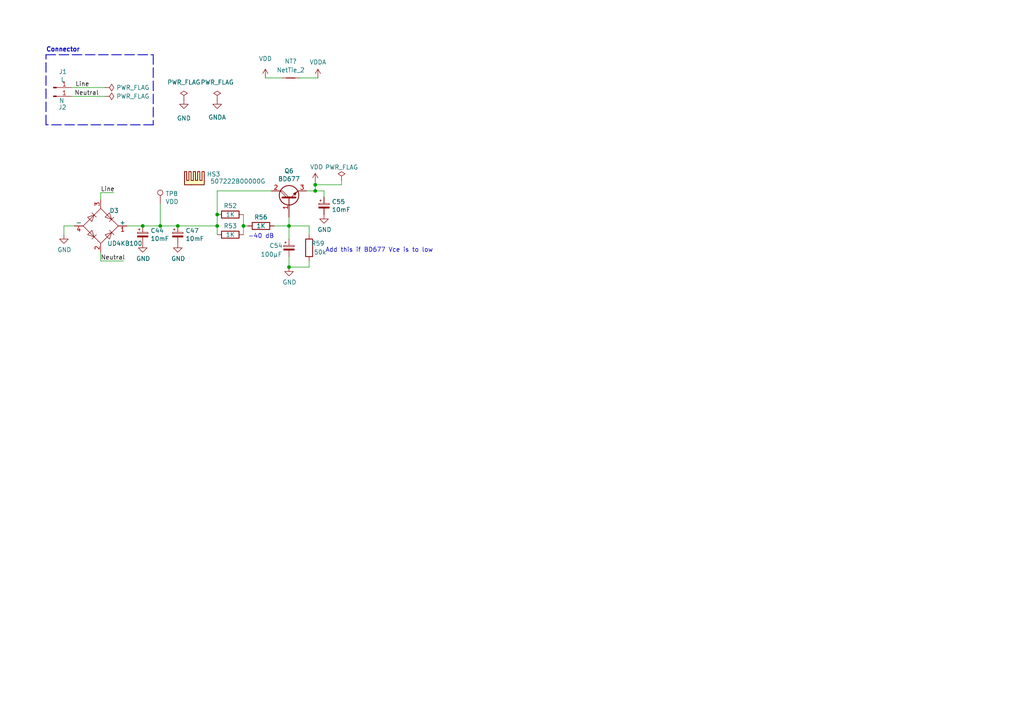
<source format=kicad_sch>
(kicad_sch (version 20211123) (generator eeschema)
  (paper "A4")
  (lib_symbols
    (symbol "Connector:Conn_01x01_Male" (pin_names (offset 1.016) hide)
      (property "Reference" "J" (at 0 2.54 0))
      (property "Value" "Conn_01x01_Male" (at 0 -2.54 0))
      (symbol "Conn_01x01_Male_1_1"
        (polyline (pts (xy 1.27 0) (xy 0.8636 0)) (stroke (width 0.1524)))
        (rectangle (start 0.8636 0.127) (end 0 -0.127) (stroke (width 0.1524)) (fill (type outline)))
        (pin passive line (at 5.08 0 180) (length 3.81) (name "Pin_1") (number "1"))
      )
    )
    (symbol "Connector:TestPoint" (pin_numbers hide) (pin_names (offset 0.762) hide)
      (property "Reference" "TP" (at 0 6.858 0))
      (property "Value" "TestPoint" (at 0 5.08 0))
      (symbol "TestPoint_0_1"
        (circle (center 0 3.302) (radius 0.762))
      )
      (symbol "TestPoint_1_1"
        (pin passive line (at 0 0 90) (length 2.54) (name "1") (number "1"))
      )
    )
    (symbol "Device:C_Polarized_Small" (pin_numbers hide) (pin_names (offset 0.254) hide)
      (property "Reference" "C" (at 0.254 1.778 0))
      (property "Value" "C_Polarized_Small" (at 0.254 -2.032 0))
      (symbol "C_Polarized_Small_0_1"
        (rectangle (start -1.524 -0.3048) (end 1.524 -0.6858) (fill (type outline)))
        (rectangle (start -1.524 0.6858) (end 1.524 0.3048))
        (polyline (pts (xy -1.27 1.524) (xy -0.762 1.524)))
        (polyline (pts (xy -1.016 1.27) (xy -1.016 1.778)))
      )
      (symbol "C_Polarized_Small_1_1"
        (pin passive line (at 0 2.54 270) (length 1.8542) (name "~") (number "1"))
        (pin passive line (at 0 -2.54 90) (length 1.8542) (name "~") (number "2"))
      )
    )
    (symbol "Device:NetTie_2" (pin_numbers hide) (pin_names (offset 0) hide)
      (property "Reference" "NT" (at 0 1.27 0))
      (property "Value" "NetTie_2" (at 0 -1.27 0))
      (symbol "NetTie_2_0_1"
        (polyline (pts (xy -1.27 0) (xy 1.27 0)) (stroke (width 0.254)))
      )
      (symbol "NetTie_2_1_1"
        (pin passive line (at -2.54 0 0) (length 2.54) (name "1") (number "1"))
        (pin passive line (at 2.54 0 180) (length 2.54) (name "2") (number "2"))
      )
    )
    (symbol "Device:Q_NPN_Darlington_BCE" (pin_names (offset 0) hide)
      (property "Reference" "Q" (at 4.572 1.27 0))
      (property "Value" "Q_NPN_Darlington_BCE" (at 4.572 -1.27 0))
      (symbol "Q_NPN_Darlington_BCE_0_1"
        (polyline (pts (xy 0.635 0.635) (xy 2.54 2.54)))
        (polyline (pts (xy 0.635 -0.635) (xy 2.54 -2.54) (xy 2.54 -2.54)))
        (polyline (pts (xy 0.635 0) (xy 2.54 1.905) (xy 2.54 2.54)))
        (polyline (pts (xy 0.635 1.905) (xy 0.635 -1.905) (xy 0.635 -1.905)) (stroke (width 0.508)))
        (polyline (pts (xy 1.27 -1.778) (xy 1.778 -1.27) (xy 2.286 -2.286) (xy 1.27 -1.778) (xy 1.27 -1.778)) (fill (type outline)))
        (circle (center 1.27 0) (radius 2.8194) (stroke (width 0.254)))
      )
      (symbol "Q_NPN_Darlington_BCE_1_1"
        (pin input line (at -5.08 0 0) (length 5.715) (name "B") (number "1"))
        (pin passive line (at 2.54 5.08 270) (length 2.54) (name "C") (number "2"))
        (pin passive line (at 2.54 -5.08 90) (length 2.54) (name "E") (number "3"))
      )
    )
    (symbol "Device:R" (pin_numbers hide) (pin_names (offset 0))
      (property "Reference" "R" (at 2.032 0 90))
      (property "Value" "R" (at 0 0 90))
      (symbol "R_0_1"
        (rectangle (start -1.016 -2.54) (end 1.016 2.54) (stroke (width 0.254)))
      )
      (symbol "R_1_1"
        (pin passive line (at 0 3.81 270) (length 1.27) (name "~") (number "1"))
        (pin passive line (at 0 -3.81 90) (length 1.27) (name "~") (number "2"))
      )
    )
    (symbol "Diode_Bridge:GBU6M" (pin_names (offset 0))
      (property "Reference" "D" (at 2.54 6.985 0))
      (property "Value" "GBU6M" (at 2.54 5.08 0))
      (symbol "GBU6M_0_1"
        (polyline (pts (xy -2.54 3.81) (xy -1.27 2.54)))
        (polyline (pts (xy -1.27 -2.54) (xy -2.54 -3.81)))
        (polyline (pts (xy 2.54 -1.27) (xy 3.81 -2.54)))
        (polyline (pts (xy 2.54 1.27) (xy 3.81 2.54)))
        (polyline (pts (xy -3.81 2.54) (xy -2.54 1.27) (xy -1.905 3.175) (xy -3.81 2.54)))
        (polyline (pts (xy -2.54 -1.27) (xy -3.81 -2.54) (xy -1.905 -3.175) (xy -2.54 -1.27)))
        (polyline (pts (xy 1.27 2.54) (xy 2.54 3.81) (xy 3.175 1.905) (xy 1.27 2.54)))
        (polyline (pts (xy 3.175 -1.905) (xy 1.27 -2.54) (xy 2.54 -3.81) (xy 3.175 -1.905)))
        (polyline (pts (xy -5.08 0) (xy 0 -5.08) (xy 5.08 0) (xy 0 5.08) (xy -5.08 0)))
      )
      (symbol "GBU6M_1_1"
        (pin passive line (at 7.62 0 180) (length 2.54) (name "+") (number "1"))
        (pin passive line (at 0 -7.62 90) (length 2.54) (name "~") (number "2"))
        (pin passive line (at 0 7.62 270) (length 2.54) (name "~") (number "3"))
        (pin passive line (at -7.62 0 0) (length 2.54) (name "-") (number "4"))
      )
    )
    (symbol "Mechanical:Heatsink" (pin_names (offset 1.016))
      (property "Reference" "HS" (at 0 5.08 0))
      (property "Value" "Heatsink" (at 0 -1.27 0))
      (symbol "Heatsink_0_1"
        (polyline (pts (xy -0.3302 1.27) (xy -0.9652 1.27) (xy -0.9652 3.81) (xy -1.6002 3.81) (xy -1.6002 1.27) (xy -2.2352 1.27) (xy -2.2352 3.81) (xy -2.8702 3.81) (xy -2.8702 0) (xy -0.9652 0)) (stroke (width 0.254)) (fill (type background)))
        (polyline (pts (xy -0.3302 1.27) (xy -0.3302 3.81) (xy 0.3048 3.81) (xy 0.3048 1.27) (xy 0.9398 1.27) (xy 0.9398 3.81) (xy 1.5748 3.81) (xy 1.5748 1.27) (xy 2.2098 1.27) (xy 2.2098 3.81) (xy 2.8448 3.81) (xy 2.8448 0) (xy -0.9652 0)) (stroke (width 0.254)) (fill (type background)))
      )
    )
    (symbol "power:GND" (power) (pin_names (offset 0))
      (property "Value" "GND" (at 0 -3.81 0))
      (symbol "GND_0_1"
        (polyline (pts (xy 0 0) (xy 0 -1.27) (xy 1.27 -1.27) (xy 0 -2.54) (xy -1.27 -1.27) (xy 0 -1.27)))
      )
      (symbol "GND_1_1"
        (pin power_in line (at 0 0 270) (length 0) hide (name "GND") (number "1"))
      )
    )
    (symbol "power:GNDA" (power) (pin_names (offset 0))
      (property "Value" "GNDA" (at 0 -3.81 0))
      (symbol "GNDA_0_1"
        (polyline (pts (xy 0 0) (xy 0 -1.27) (xy 1.27 -1.27) (xy 0 -2.54) (xy -1.27 -1.27) (xy 0 -1.27)))
      )
      (symbol "GNDA_1_1"
        (pin power_in line (at 0 0 270) (length 0) hide (name "GNDA") (number "1"))
      )
    )
    (symbol "power:PWR_FLAG" (power) (pin_numbers hide) (pin_names (offset 0) hide)
      (property "Value" "PWR_FLAG" (at 0 3.81 0))
      (symbol "PWR_FLAG_0_0"
        (pin power_out line (at 0 0 90) (length 0) (name "pwr") (number "1"))
      )
      (symbol "PWR_FLAG_0_1"
        (polyline (pts (xy 0 0) (xy 0 1.27) (xy -1.016 1.905) (xy 0 2.54) (xy 1.016 1.905) (xy 0 1.27)))
      )
    )
    (symbol "power:VDD" (power) (pin_names (offset 0))
      (property "Value" "VDD" (at 0 3.81 0))
      (symbol "VDD_0_1"
        (polyline (pts (xy -0.762 1.27) (xy 0 2.54)))
        (polyline (pts (xy 0 0) (xy 0 2.54)))
        (polyline (pts (xy 0 2.54) (xy 0.762 1.27)))
      )
      (symbol "VDD_1_1"
        (pin power_in line (at 0 0 90) (length 0) hide (name "VDD") (number "1"))
      )
    )
    (symbol "power:VDDA" (power) (pin_names (offset 0))
      (property "Value" "VDDA" (at 0 3.81 0))
      (symbol "VDDA_0_1"
        (polyline (pts (xy -0.762 1.27) (xy 0 2.54)))
        (polyline (pts (xy 0 0) (xy 0 2.54)))
        (polyline (pts (xy 0 2.54) (xy 0.762 1.27)))
      )
      (symbol "VDDA_1_1"
        (pin power_in line (at 0 0 90) (length 0) hide (name "VDDA") (number "1"))
      )
    )
  )
  (junction (at 83.82 65.532))
  (junction (at 41.402 65.532))
  (junction (at 46.482 65.532))
  (junction (at 62.992 65.532))
  (junction (at 91.44 53.594))
  (junction (at 51.562 65.532))
  (junction (at 91.44 55.372))
  (junction (at 83.82 77.47))
  (junction (at 62.992 62.23))
  (junction (at 70.612 65.532))
  (wire (pts (xy 89.662 75.692) (xy 89.662 77.47)))
  (wire (pts (xy 83.82 65.532) (xy 83.82 69.342)))
  (wire (pts (xy 89.662 77.47) (xy 83.82 77.47)))
  (wire (pts (xy 18.542 65.532) (xy 21.59 65.532)))
  (polyline (pts (xy 44.45 36.195) (xy 13.335 36.195)) (stroke (width 0.254)))
  (wire (pts (xy 93.98 55.372) (xy 91.44 55.372)))
  (wire (pts (xy 79.502 65.532) (xy 83.82 65.532)))
  (wire (pts (xy 83.82 74.422) (xy 83.82 77.47)))
  (wire (pts (xy 91.44 53.594) (xy 91.44 55.372)))
  (wire (pts (xy 62.992 62.23) (xy 62.992 55.372)))
  (wire (pts (xy 93.98 57.15) (xy 93.98 55.372)))
  (wire (pts (xy 51.562 65.532) (xy 62.992 65.532)))
  (wire (pts (xy 62.992 62.23) (xy 62.992 65.532)))
  (wire (pts (xy 36.83 65.532) (xy 41.402 65.532)))
  (wire (pts (xy 20.574 25.4) (xy 30.48 25.4)))
  (wire (pts (xy 20.574 27.94) (xy 30.48 27.94)))
  (wire (pts (xy 29.21 73.152) (xy 29.21 75.692)))
  (wire (pts (xy 70.612 62.23) (xy 70.612 65.532)))
  (wire (pts (xy 99.06 52.324) (xy 99.06 53.594)))
  (wire (pts (xy 62.992 65.532) (xy 62.992 68.072)))
  (wire (pts (xy 76.962 22.606) (xy 81.788 22.606)))
  (polyline (pts (xy 44.45 15.875) (xy 44.45 36.195)) (stroke (width 0.254)))
  (wire (pts (xy 99.06 53.594) (xy 91.44 53.594)))
  (wire (pts (xy 29.21 55.88) (xy 33.02 55.88)))
  (wire (pts (xy 29.21 75.692) (xy 35.814 75.692)))
  (wire (pts (xy 62.992 55.372) (xy 78.74 55.372)))
  (wire (pts (xy 89.662 65.532) (xy 89.662 68.072)))
  (wire (pts (xy 86.868 22.606) (xy 92.202 22.606)))
  (wire (pts (xy 18.542 68.072) (xy 18.542 65.532)))
  (wire (pts (xy 70.612 65.532) (xy 71.882 65.532)))
  (wire (pts (xy 83.82 65.532) (xy 89.662 65.532)))
  (wire (pts (xy 70.612 65.532) (xy 70.612 68.072)))
  (polyline (pts (xy 13.335 15.875) (xy 44.45 15.875)) (stroke (width 0.254)))
  (wire (pts (xy 91.44 52.832) (xy 91.44 53.594)))
  (wire (pts (xy 46.482 65.532) (xy 51.562 65.532)))
  (wire (pts (xy 41.402 65.532) (xy 46.482 65.532)))
  (wire (pts (xy 46.482 59.182) (xy 46.482 65.532)))
  (wire (pts (xy 83.82 62.992) (xy 83.82 65.532)))
  (wire (pts (xy 91.44 55.372) (xy 88.9 55.372)))
  (wire (pts (xy 29.21 57.912) (xy 29.21 55.88)))
  (polyline (pts (xy 13.335 36.195) (xy 13.335 15.875)) (stroke (width 0.254)))
  (text "-40 dB" (at 79.502 69.342 180) (effects (font (size 1.27 1.27)) (justify right bottom)))
  (text "Add this if BD677 Vce is to low" (at 94.367 73.347 0) (effects (font (size 1.27 1.27)) (justify left bottom)))
  (text "Connector" (at 13.335 15.24 0) (effects (font (size 1.27 1.27) (thickness 0.254) bold) (justify left bottom)))
  (label "Neutral" (at 21.59 27.94 0))
  (label "Neutral" (at 29.21 75.692 0))
  (label "Line" (at 29.21 55.88 0))
  (label "Line" (at 21.844 25.4 0))
  (symbol (lib_id "Connector:TestPoint") (at 46.482 59.182 0) (unit 1)
    (property "Reference" "TP8" (at 47.9552 56.1848 0) (effects (justify left)))
    (property "Value" "VDD" (at 47.9552 58.4962 0) (effects (justify left)))
  )
  (symbol (lib_id "Connector:Conn_01x01_Male") (at 15.494 25.4 0) (unit 1)
    (property "Reference" "J1" (at 18.2372 20.8026 0))
    (property "Value" "L" (at 18.2372 23.114 0))
    (property "Footprint" "TestPoint:TestPoint_Pad_4.0x4.0mm" (effects hide))
  )
  (symbol (lib_id "Connector:Conn_01x01_Male") (at 15.494 27.94 0) (mirror x) (unit 1)
    (property "Reference" "J2" (at 19.304 31.115 0) (effects (justify right)))
    (property "Value" "N" (at 18.669 29.21 0) (effects (justify right)))
    (property "Footprint" "TestPoint:TestPoint_Pad_4.0x4.0mm" (effects hide))
  )
  (symbol (lib_id "power:GND") (at 18.542 68.072 0) (unit 1)
    (property "Reference" "#PWR039" (effects hide))
    (property "Value" "GND" (at 18.669 72.4662 0))
  )
  (symbol (lib_id "power:VDD") (at 91.44 52.832 0) (unit 1)
    (property "Reference" "#PWR048" (effects hide))
    (property "Value" "VDD" (at 91.821 48.4378 0))
  )
  (symbol (lib_id "Device:C_Polarized_Small") (at 41.402 68.072 0) (unit 1)
    (property "Reference" "C44" (at 43.6372 66.9036 0) (effects (justify left)))
    (property "Value" "10mF" (at 43.6372 69.215 0) (effects (justify left)))
  )
  (symbol (lib_id "Diode_Bridge:GBU6M") (at 29.21 65.532 0) (unit 1)
    (property "Reference" "D3" (at 31.75 61.087 0) (effects (justify left)))
    (property "Value" "UD4KB100" (at 31.115 70.612 0) (effects (justify left)))
    (property "Footprint" "Diode_THT:Diode_Bridge_Vishay_KBPM" (effects hide))
    (property "Datasheet" "http://www.vishay.com/docs/88656/gbu6a.pdf" (effects hide))
  )
  (symbol (lib_id "power:PWR_FLAG") (at 30.48 25.4 270) (unit 1)
    (property "Reference" "#FLG01" (effects hide))
    (property "Value" "PWR_FLAG" (at 33.7312 25.4 90) (effects (justify left)))
  )
  (symbol (lib_id "power:PWR_FLAG") (at 30.48 27.94 270) (unit 1)
    (property "Reference" "#FLG02" (effects hide))
    (property "Value" "PWR_FLAG" (at 33.7312 27.94 90) (effects (justify left)))
  )
  (symbol (lib_id "Device:C_Polarized_Small") (at 51.562 68.072 0) (unit 1)
    (property "Reference" "C47" (at 53.7972 66.9036 0) (effects (justify left)))
    (property "Value" "10mF" (at 53.7972 69.215 0) (effects (justify left)))
  )
  (symbol (lib_id "power:GND") (at 41.402 70.612 0) (unit 1)
    (property "Reference" "#PWR042" (effects hide))
    (property "Value" "GND" (at 41.529 75.0062 0))
  )
  (symbol (lib_id "power:GND") (at 51.562 70.612 0) (unit 1)
    (property "Reference" "#PWR045" (effects hide))
    (property "Value" "GND" (at 51.689 75.0062 0))
  )
  (symbol (lib_id "Device:R") (at 75.692 65.532 270) (unit 1)
    (property "Reference" "R56" (at 75.692 62.992 90))
    (property "Value" "1K" (at 75.692 65.532 90))
  )
  (symbol (lib_id "Device:C_Polarized_Small") (at 83.82 71.882 0) (unit 1)
    (property "Reference" "C54" (at 78.105 71.247 0) (effects (justify left)))
    (property "Value" "100µF" (at 75.565 73.787 0) (effects (justify left)))
  )
  (symbol (lib_id "power:GND") (at 83.82 77.47 0) (unit 1)
    (property "Reference" "#PWR047" (effects hide))
    (property "Value" "GND" (at 83.947 81.8642 0))
  )
  (symbol (lib_id "Device:R") (at 89.662 71.882 180) (unit 1)
    (property "Reference" "R59" (at 92.202 70.612 0))
    (property "Value" "50k" (at 92.837 73.152 0))
  )
  (symbol (lib_id "Device:Q_NPN_Darlington_BCE") (at 83.82 57.912 90) (unit 1)
    (property "Reference" "Q6" (at 83.82 49.5808 90))
    (property "Value" "BD677" (at 83.82 51.8922 90))
    (property "Footprint" "Package_TO_SOT_THT:TO-126-3_Vertical" (effects hide))
    (property "Datasheet" "../documents/datasheets/bd677.pdf" (effects hide))
  )
  (symbol (lib_id "Device:R") (at 66.802 62.23 270) (unit 1)
    (property "Reference" "R52" (at 66.802 59.69 90))
    (property "Value" "1K" (at 66.802 62.23 90))
  )
  (symbol (lib_id "Device:R") (at 66.802 68.072 270) (unit 1)
    (property "Reference" "R53" (at 66.802 65.532 90))
    (property "Value" "1K" (at 66.802 68.072 90))
  )
  (symbol (lib_id "Mechanical:Heatsink") (at 56.388 53.594 0) (unit 1)
    (property "Reference" "HS3" (at 59.9694 50.5206 0) (effects (justify left)))
    (property "Value" "507222B00000G" (at 60.9344 52.582 0) (effects (justify left)))
    (property "Datasheet" "../documents/datasheets/507222.pdf" (effects hide))
  )
  (symbol (lib_id "Device:C_Polarized_Small") (at 93.98 59.69 0) (unit 1)
    (property "Reference" "C55" (at 96.2152 58.5216 0) (effects (justify left)))
    (property "Value" "10mF" (at 96.2152 60.833 0) (effects (justify left)))
  )
  (symbol (lib_id "power:GND") (at 93.98 62.23 0) (unit 1)
    (property "Reference" "#PWR049" (effects hide))
    (property "Value" "GND" (at 94.107 66.6242 0))
  )
  (symbol (lib_id "power:PWR_FLAG") (at 99.06 52.324 0) (unit 1)
    (property "Reference" "#FLG0101" (effects hide))
    (property "Value" "PWR_FLAG" (at 99.06 48.514 0))
  )
  (symbol (lib_id "power:PWR_FLAG") (at 53.34 28.956 0) (unit 1)
    (property "Reference" "#FLG03" (effects hide))
    (property "Value" "PWR_FLAG" (at 53.34 23.876 0))
  )
  (symbol (lib_id "power:VDDA") (at 92.202 22.606 0) (unit 1)
    (property "Reference" "#PWR?" (effects hide))
    (property "Value" "VDDA" (at 92.202 18.034 0))
  )
  (symbol (lib_id "power:PWR_FLAG") (at 62.992 28.956 0) (unit 1)
    (property "Reference" "#FLG04" (effects hide))
    (property "Value" "PWR_FLAG" (at 62.992 23.876 0))
  )
  (symbol (lib_id "power:GNDA") (at 62.992 28.956 0) (unit 1)
    (property "Reference" "#PWR028" (effects hide))
    (property "Value" "GNDA" (at 62.992 34.036 0))
  )
  (symbol (lib_id "power:GND") (at 53.34 28.956 0) (unit 1)
    (property "Reference" "#PWR025" (effects hide))
    (property "Value" "GND" (at 53.34 34.29 0))
  )
  (symbol (lib_id "power:VDD") (at 76.962 22.606 0) (unit 1)
    (property "Reference" "#PWR?" (effects hide))
    (property "Value" "VDD" (at 76.962 17.018 0))
  )
  (symbol (lib_id "Device:NetTie_2") (at 84.328 22.606 0) (unit 1)
    (property "Reference" "NT?" (at 84.328 17.78 0))
    (property "Value" "NetTie_2" (at 84.328 20.32 0))
  )
)
</source>
